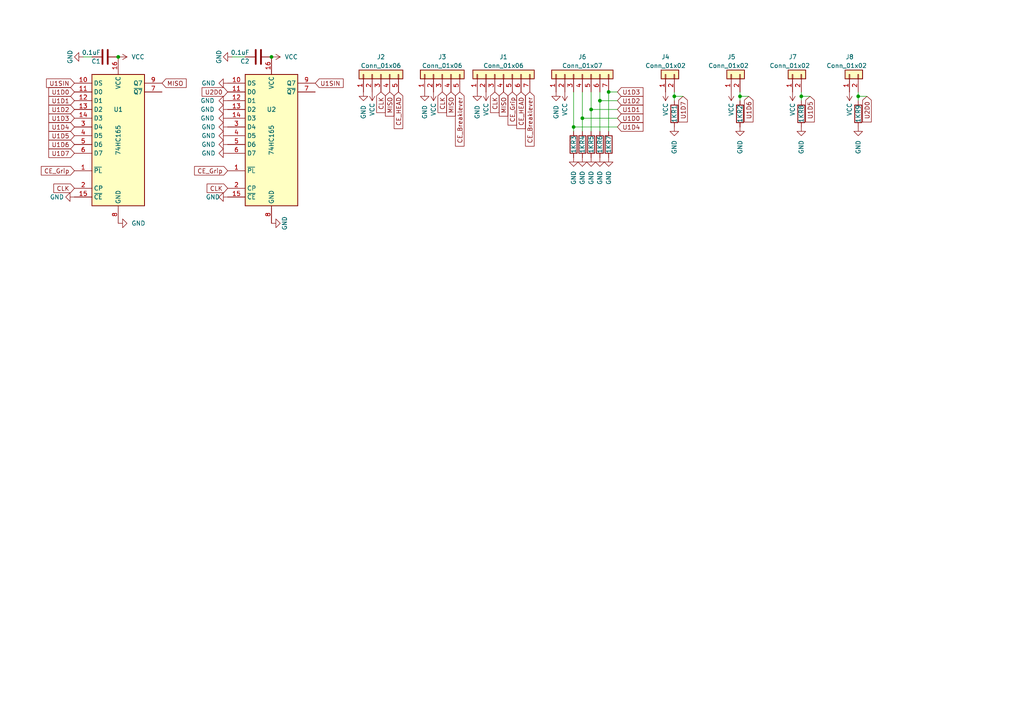
<source format=kicad_sch>
(kicad_sch (version 20230121) (generator eeschema)
  (paper "A4")
  (lib_symbols
    (symbol "74xx:74HC165"
      (property "Reference" "U" (at -7.62 19.05 0))
      (property "Value" "74HC165" (at -7.62 -21.59 0))
      (symbol "74HC165_1_0"
        (pin input line (at -12.7 -10.16 0) (length 5.08) (name "~{PL}") (number "1"))
        (pin input line (at -12.7 15.24 0) (length 5.08) (name "DS") (number "10"))
        (pin input line (at -12.7 12.7 0) (length 5.08) (name "D0") (number "11"))
        (pin input line (at -12.7 10.16 0) (length 5.08) (name "D1") (number "12"))
        (pin input line (at -12.7 7.62 0) (length 5.08) (name "D2") (number "13"))
        (pin input line (at -12.7 5.08 0) (length 5.08) (name "D3") (number "14"))
        (pin input line (at -12.7 -17.78 0) (length 5.08) (name "~{CE}") (number "15"))
        (pin power_in line (at 0 22.86 270) (length 5.08) (name "VCC") (number "16"))
        (pin input line (at -12.7 -15.24 0) (length 5.08) (name "CP") (number "2"))
        (pin input line (at -12.7 2.54 0) (length 5.08) (name "D4") (number "3"))
        (pin input line (at -12.7 0 0) (length 5.08) (name "D5") (number "4"))
        (pin input line (at -12.7 -2.54 0) (length 5.08) (name "D6") (number "5"))
        (pin input line (at -12.7 -5.08 0) (length 5.08) (name "D7") (number "6"))
        (pin output line (at 12.7 12.7 180) (length 5.08) (name "~{Q7}") (number "7"))
        (pin power_in line (at 0 -25.4 90) (length 5.08) (name "GND") (number "8"))
        (pin output line (at 12.7 15.24 180) (length 5.08) (name "Q7") (number "9"))
      )
      (symbol "74HC165_1_1"
        (rectangle (start -7.62 17.78) (end 7.62 -20.32) (stroke (width 0.254)) (fill (type background)))
      )
    )
    (symbol "Connector_Generic:Conn_01x02" (pin_names (offset 1.016) hide)
      (property "Reference" "J" (at 0 2.54 0))
      (property "Value" "Conn_01x02" (at 0 -5.08 0))
      (symbol "Conn_01x02_1_1"
        (rectangle (start -1.27 -2.413) (end 0 -2.667) (stroke (width 0.1524)))
        (rectangle (start -1.27 0.127) (end 0 -0.127) (stroke (width 0.1524)))
        (rectangle (start -1.27 1.27) (end 1.27 -3.81) (stroke (width 0.254)) (fill (type background)))
        (pin passive line (at -5.08 0 0) (length 3.81) (name "Pin_1") (number "1"))
        (pin passive line (at -5.08 -2.54 0) (length 3.81) (name "Pin_2") (number "2"))
      )
    )
    (symbol "Connector_Generic:Conn_01x05" (pin_names (offset 1.016) hide)
      (property "Reference" "J" (at 0 7.62 0))
      (property "Value" "Conn_01x05" (at 0 -7.62 0))
      (symbol "Conn_01x05_1_1"
        (rectangle (start -1.27 -4.953) (end 0 -5.207) (stroke (width 0.1524)))
        (rectangle (start -1.27 -2.413) (end 0 -2.667) (stroke (width 0.1524)))
        (rectangle (start -1.27 0.127) (end 0 -0.127) (stroke (width 0.1524)))
        (rectangle (start -1.27 2.667) (end 0 2.413) (stroke (width 0.1524)))
        (rectangle (start -1.27 5.207) (end 0 4.953) (stroke (width 0.1524)))
        (rectangle (start -1.27 6.35) (end 1.27 -6.35) (stroke (width 0.254)) (fill (type background)))
        (pin passive line (at -5.08 5.08 0) (length 3.81) (name "Pin_1") (number "1"))
        (pin passive line (at -5.08 2.54 0) (length 3.81) (name "Pin_2") (number "2"))
        (pin passive line (at -5.08 0 0) (length 3.81) (name "Pin_3") (number "3"))
        (pin passive line (at -5.08 -2.54 0) (length 3.81) (name "Pin_4") (number "4"))
        (pin passive line (at -5.08 -5.08 0) (length 3.81) (name "Pin_5") (number "5"))
      )
    )
    (symbol "Connector_Generic:Conn_01x07" (pin_names (offset 1.016) hide)
      (property "Reference" "J" (at 0 10.16 0))
      (property "Value" "Conn_01x07" (at 0 -10.16 0))
      (symbol "Conn_01x07_1_1"
        (rectangle (start -1.27 -7.493) (end 0 -7.747) (stroke (width 0.1524)))
        (rectangle (start -1.27 -4.953) (end 0 -5.207) (stroke (width 0.1524)))
        (rectangle (start -1.27 -2.413) (end 0 -2.667) (stroke (width 0.1524)))
        (rectangle (start -1.27 0.127) (end 0 -0.127) (stroke (width 0.1524)))
        (rectangle (start -1.27 2.667) (end 0 2.413) (stroke (width 0.1524)))
        (rectangle (start -1.27 5.207) (end 0 4.953) (stroke (width 0.1524)))
        (rectangle (start -1.27 7.747) (end 0 7.493) (stroke (width 0.1524)))
        (rectangle (start -1.27 8.89) (end 1.27 -8.89) (stroke (width 0.254)) (fill (type background)))
        (pin passive line (at -5.08 7.62 0) (length 3.81) (name "Pin_1") (number "1"))
        (pin passive line (at -5.08 5.08 0) (length 3.81) (name "Pin_2") (number "2"))
        (pin passive line (at -5.08 2.54 0) (length 3.81) (name "Pin_3") (number "3"))
        (pin passive line (at -5.08 0 0) (length 3.81) (name "Pin_4") (number "4"))
        (pin passive line (at -5.08 -2.54 0) (length 3.81) (name "Pin_5") (number "5"))
        (pin passive line (at -5.08 -5.08 0) (length 3.81) (name "Pin_6") (number "6"))
        (pin passive line (at -5.08 -7.62 0) (length 3.81) (name "Pin_7") (number "7"))
      )
    )
    (symbol "Device:C" (pin_numbers hide) (pin_names (offset 0.254))
      (property "Reference" "C" (at 0.635 2.54 0))
      (property "Value" "C" (at 0.635 -2.54 0))
      (symbol "C_0_1"
        (polyline (pts (xy -2.032 -0.762) (xy 2.032 -0.762)) (stroke (width 0.508)))
        (polyline (pts (xy -2.032 0.762) (xy 2.032 0.762)) (stroke (width 0.508)))
      )
      (symbol "C_1_1"
        (pin passive line (at 0 3.81 270) (length 2.794) (name "~") (number "1"))
        (pin passive line (at 0 -3.81 90) (length 2.794) (name "~") (number "2"))
      )
    )
    (symbol "Device:R" (pin_numbers hide) (pin_names (offset 0))
      (property "Reference" "R" (at 2.032 0 90))
      (property "Value" "R" (at 0 0 90))
      (symbol "R_0_1"
        (rectangle (start -1.016 -2.54) (end 1.016 2.54) (stroke (width 0.254)))
      )
      (symbol "R_1_1"
        (pin passive line (at 0 3.81 270) (length 1.27) (name "~") (number "1"))
        (pin passive line (at 0 -3.81 90) (length 1.27) (name "~") (number "2"))
      )
    )
    (symbol "power:GND" (power) (pin_names (offset 0))
      (property "Value" "GND" (at 0 -3.81 0))
      (symbol "GND_0_1"
        (polyline (pts (xy 0 0) (xy 0 -1.27) (xy 1.27 -1.27) (xy 0 -2.54) (xy -1.27 -1.27) (xy 0 -1.27)))
      )
      (symbol "GND_1_1"
        (pin power_in line (at 0 0 270) (length 0) hide (name "GND") (number "1"))
      )
    )
    (symbol "power:VCC" (power) (pin_names (offset 0))
      (property "Value" "VCC" (at 0 3.81 0))
      (symbol "VCC_0_1"
        (polyline (pts (xy -0.762 1.27) (xy 0 2.54)))
        (polyline (pts (xy 0 0) (xy 0 2.54)))
        (polyline (pts (xy 0 2.54) (xy 0.762 1.27)))
      )
      (symbol "VCC_1_1"
        (pin power_in line (at 0 0 90) (length 0) hide (name "VCC") (number "1"))
      )
    )
  )
  (junction (at 168.91 34.29))
  (junction (at 173.99 29.21))
  (junction (at 171.45 31.75))
  (junction (at 248.92 27.94))
  (junction (at 195.58 27.94))
  (junction (at 232.41 27.94))
  (junction (at 166.37 36.83))
  (junction (at 214.63 27.94))
  (junction (at 34.29 16.51))
  (junction (at 176.53 26.67))
  (junction (at 78.74 16.51))
  (wire (pts (xy 24.13 16.51) (xy 26.67 16.51)))
  (wire (pts (xy 195.58 26.67) (xy 195.58 27.94)))
  (wire (pts (xy 168.91 34.29) (xy 168.91 38.1)))
  (wire (pts (xy 251.46 27.94) (xy 248.92 27.94)))
  (wire (pts (xy 232.41 26.67) (xy 232.41 27.94)))
  (wire (pts (xy 198.12 27.94) (xy 195.58 27.94)))
  (wire (pts (xy 166.37 36.83) (xy 166.37 38.1)))
  (wire (pts (xy 234.95 27.94) (xy 232.41 27.94)))
  (wire (pts (xy 171.45 26.67) (xy 171.45 31.75)))
  (wire (pts (xy 173.99 29.21) (xy 179.07 29.21)))
  (wire (pts (xy 179.07 31.75) (xy 171.45 31.75)))
  (wire (pts (xy 166.37 26.67) (xy 166.37 36.83)))
  (wire (pts (xy 176.53 26.67) (xy 179.07 26.67)))
  (wire (pts (xy 217.17 27.94) (xy 214.63 27.94)))
  (wire (pts (xy 232.41 27.94) (xy 232.41 29.21)))
  (wire (pts (xy 67.31 16.51) (xy 71.12 16.51)))
  (wire (pts (xy 214.63 27.94) (xy 214.63 29.21)))
  (wire (pts (xy 168.91 34.29) (xy 179.07 34.29)))
  (wire (pts (xy 176.53 26.67) (xy 176.53 38.1)))
  (wire (pts (xy 166.37 36.83) (xy 179.07 36.83)))
  (wire (pts (xy 248.92 26.67) (xy 248.92 27.94)))
  (wire (pts (xy 214.63 26.67) (xy 214.63 27.94)))
  (wire (pts (xy 195.58 27.94) (xy 195.58 29.21)))
  (wire (pts (xy 173.99 26.67) (xy 173.99 29.21)))
  (wire (pts (xy 173.99 29.21) (xy 173.99 38.1)))
  (wire (pts (xy 248.92 27.94) (xy 248.92 29.21)))
  (wire (pts (xy 168.91 26.67) (xy 168.91 34.29)))
  (wire (pts (xy 171.45 31.75) (xy 171.45 38.1)))
  (global_label "CLK" (shape input) (at 128.27 26.67 270) (property "Intersheetrefs" "${INTERSHEET_REFS}" (effects hide)))
  (global_label "U1D2" (shape input) (at 21.59 31.75 180) (property "Intersheetrefs" "${INTERSHEET_REFS}" (effects hide)))
  (global_label "CE_HEAD" (shape input) (at 151.13 26.67 270) (property "Intersheetrefs" "${INTERSHEET_REFS}" (effects hide)))
  (global_label "CLK" (shape input) (at 21.59 54.61 180) (property "Intersheetrefs" "${INTERSHEET_REFS}" (effects hide)))
  (global_label "U1D1" (shape input) (at 21.59 29.21 180) (property "Intersheetrefs" "${INTERSHEET_REFS}" (effects hide)))
  (global_label "CE_Breaklever" (shape input) (at 133.35 26.67 270) (property "Intersheetrefs" "${INTERSHEET_REFS}" (effects hide)))
  (global_label "U1D2" (shape input) (at 179.07 29.21 0) (property "Intersheetrefs" "${INTERSHEET_REFS}" (effects hide)))
  (global_label "U2D0" (shape input) (at 251.46 27.94 270) (property "Intersheetrefs" "${INTERSHEET_REFS}" (effects hide)))
  (global_label "CE_Grip" (shape input) (at 66.04 49.53 180) (property "Intersheetrefs" "${INTERSHEET_REFS}" (effects hide)))
  (global_label "U1D4" (shape input) (at 21.59 36.83 180) (property "Intersheetrefs" "${INTERSHEET_REFS}" (effects hide)))
  (global_label "U1D3" (shape input) (at 179.07 26.67 0) (property "Intersheetrefs" "${INTERSHEET_REFS}" (effects hide)))
  (global_label "U1D7" (shape input) (at 21.59 44.45 180) (property "Intersheetrefs" "${INTERSHEET_REFS}" (effects hide)))
  (global_label "U2D0" (shape input) (at 66.04 26.67 180) (property "Intersheetrefs" "${INTERSHEET_REFS}" (effects hide)))
  (global_label "U1SIN" (shape input) (at 21.59 24.13 180) (property "Intersheetrefs" "${INTERSHEET_REFS}" (effects hide)))
  (global_label "U1D5" (shape input) (at 234.95 27.94 270) (property "Intersheetrefs" "${INTERSHEET_REFS}" (effects hide)))
  (global_label "U1D1" (shape input) (at 179.07 31.75 0) (property "Intersheetrefs" "${INTERSHEET_REFS}" (effects hide)))
  (global_label "CE_Grip" (shape input) (at 148.59 26.67 270) (property "Intersheetrefs" "${INTERSHEET_REFS}" (effects hide)))
  (global_label "U1D5" (shape input) (at 21.59 39.37 180) (property "Intersheetrefs" "${INTERSHEET_REFS}" (effects hide)))
  (global_label "CE_HEAD" (shape input) (at 115.57 26.67 270) (property "Intersheetrefs" "${INTERSHEET_REFS}" (effects hide)))
  (global_label "CLK" (shape input) (at 143.51 26.67 270) (property "Intersheetrefs" "${INTERSHEET_REFS}" (effects hide)))
  (global_label "CLK" (shape input) (at 66.04 54.61 180) (property "Intersheetrefs" "${INTERSHEET_REFS}" (effects hide)))
  (global_label "MISO" (shape input) (at 130.81 26.67 270) (property "Intersheetrefs" "${INTERSHEET_REFS}" (effects hide)))
  (global_label "MISO" (shape input) (at 146.05 26.67 270) (property "Intersheetrefs" "${INTERSHEET_REFS}" (effects hide)))
  (global_label "U1D7" (shape input) (at 198.12 27.94 270) (property "Intersheetrefs" "${INTERSHEET_REFS}" (effects hide)))
  (global_label "U1SIN" (shape input) (at 91.44 24.13 0) (property "Intersheetrefs" "${INTERSHEET_REFS}" (effects hide)))
  (global_label "U1D4" (shape input) (at 179.07 36.83 0) (property "Intersheetrefs" "${INTERSHEET_REFS}" (effects hide)))
  (global_label "CE_Breaklever" (shape input) (at 153.67 26.67 270) (property "Intersheetrefs" "${INTERSHEET_REFS}" (effects hide)))
  (global_label "U1D0" (shape input) (at 179.07 34.29 0) (property "Intersheetrefs" "${INTERSHEET_REFS}" (effects hide)))
  (global_label "CLK" (shape input) (at 110.49 26.67 270) (property "Intersheetrefs" "${INTERSHEET_REFS}" (effects hide)))
  (global_label "MISO" (shape input) (at 113.03 26.67 270) (property "Intersheetrefs" "${INTERSHEET_REFS}" (effects hide)))
  (global_label "U1D0" (shape input) (at 21.59 26.67 180) (property "Intersheetrefs" "${INTERSHEET_REFS}" (effects hide)))
  (global_label "U1D6" (shape input) (at 21.59 41.91 180) (property "Intersheetrefs" "${INTERSHEET_REFS}" (effects hide)))
  (global_label "CE_Grip" (shape input) (at 21.59 49.53 180) (property "Intersheetrefs" "${INTERSHEET_REFS}" (effects hide)))
  (global_label "U1D3" (shape input) (at 21.59 34.29 180) (property "Intersheetrefs" "${INTERSHEET_REFS}" (effects hide)))
  (global_label "U1D6" (shape input) (at 217.17 27.94 270) (property "Intersheetrefs" "${INTERSHEET_REFS}" (effects hide)))
  (global_label "MISO" (shape input) (at 46.99 24.13 0) (property "Intersheetrefs" "${INTERSHEET_REFS}" (effects hide)))
  (symbol (lib_id "power:GND") (at 66.04 39.37 270) (unit 1)
    (property "Reference" "#PWR0136" (effects hide))
    (property "Value" "GND" (at 58.42 39.37 90) (effects (justify left)))
  )
  (symbol (lib_id "power:GND") (at 66.04 29.21 270) (unit 1)
    (property "Reference" "#PWR0133" (effects hide))
    (property "Value" "GND" (at 62.23 29.2101 90) (effects (justify right)))
  )
  (symbol (lib_id "power:GND") (at 232.41 36.83 0) (unit 1)
    (property "Reference" "#PWR0121" (effects hide))
    (property "Value" "GND" (at 232.4101 40.64 90) (effects (justify right)))
  )
  (symbol (lib_id "power:GND") (at 66.04 36.83 270) (unit 1)
    (property "Reference" "#PWR0135" (effects hide))
    (property "Value" "GND" (at 58.42 36.83 90) (effects (justify left)))
  )
  (symbol (lib_id "power:VCC") (at 107.95 26.67 180) (unit 1)
    (property "Reference" "#PWR08" (effects hide))
    (property "Value" "VCC" (at 107.95 31.75 90))
  )
  (symbol (lib_id "Connector_Generic:Conn_01x05") (at 110.49 21.59 90) (unit 1)
    (property "Reference" "J2" (at 110.49 16.51 90))
    (property "Value" "Conn_01x06" (at 110.49 19.05 90))
    (property "Footprint" "Connector_JST:JST_XH_B5B-XH-A_1x05_P2.50mm_Vertical" (effects hide))
  )
  (symbol (lib_id "power:GND") (at 176.53 45.72 0) (unit 1)
    (property "Reference" "#PWR0111" (effects hide))
    (property "Value" "GND" (at 176.5301 49.53 90) (effects (justify right)))
  )
  (symbol (lib_id "power:VCC") (at 34.29 16.51 270) (unit 1)
    (property "Reference" "#PWR06" (effects hide))
    (property "Value" "VCC" (at 38.1 16.51 90) (effects (justify left)))
  )
  (symbol (lib_id "power:VCC") (at 125.73 26.67 180) (unit 1)
    (property "Reference" "#PWR09" (effects hide))
    (property "Value" "VCC" (at 125.73 31.75 90))
  )
  (symbol (lib_id "Device:R") (at 168.91 41.91 0) (unit 1)
    (property "Reference" "R4" (at 168.91 40.64 90))
    (property "Value" "1K" (at 168.91 43.18 90))
    (property "Footprint" "Resistor_SMD:R_0805_2012Metric_Pad1.20x1.40mm_HandSolder" (effects hide))
  )
  (symbol (lib_id "Connector_Generic:Conn_01x07") (at 168.91 21.59 90) (unit 1)
    (property "Reference" "J6" (at 168.91 16.51 90))
    (property "Value" "Conn_01x07" (at 168.91 19.05 90))
    (property "Footprint" "Connector_JST:JST_XH_B7B-XH-A_1x07_P2.50mm_Vertical" (effects hide))
  )
  (symbol (lib_id "power:GND") (at 171.45 45.72 0) (unit 1)
    (property "Reference" "#PWR0107" (effects hide))
    (property "Value" "GND" (at 171.4501 49.53 90) (effects (justify right)))
  )
  (symbol (lib_id "power:GND") (at 66.04 57.15 270) (unit 1)
    (property "Reference" "#PWR0123" (effects hide))
    (property "Value" "GND" (at 59.69 57.15 90) (effects (justify left)))
  )
  (symbol (lib_id "power:GND") (at 214.63 36.83 0) (unit 1)
    (property "Reference" "#PWR0117" (effects hide))
    (property "Value" "GND" (at 214.6301 40.64 90) (effects (justify right)))
  )
  (symbol (lib_id "Device:R") (at 232.41 33.02 0) (unit 1)
    (property "Reference" "R8" (at 232.41 31.75 90))
    (property "Value" "1K" (at 232.41 34.29 90))
    (property "Footprint" "Resistor_SMD:R_0805_2012Metric_Pad1.20x1.40mm_HandSolder" (effects hide))
  )
  (symbol (lib_id "power:VCC") (at 163.83 26.67 180) (unit 1)
    (property "Reference" "#PWR010" (effects hide))
    (property "Value" "VCC" (at 163.83 31.75 90))
  )
  (symbol (lib_id "Device:C") (at 74.93 16.51 90) (unit 1)
    (property "Reference" "C2" (at 72.39 17.78 90) (effects (justify left)))
    (property "Value" "0.1uF" (at 72.39 15.24 90) (effects (justify left)))
    (property "Footprint" "Capacitor_SMD:C_0805_2012Metric_Pad1.18x1.45mm_HandSolder" (effects hide))
  )
  (symbol (lib_id "power:VCC") (at 193.04 26.67 180) (unit 1)
    (property "Reference" "#PWR011" (effects hide))
    (property "Value" "VCC" (at 193.04 31.75 90))
  )
  (symbol (lib_id "Connector_Generic:Conn_01x02") (at 229.87 21.59 90) (unit 1)
    (property "Reference" "J7" (at 231.14 16.51 90) (effects (justify left)))
    (property "Value" "Conn_01x02" (at 234.95 19.05 90) (effects (justify left)))
    (property "Footprint" "Connector_JST:JST_XH_B2B-XH-A_1x02_P2.50mm_Vertical" (effects hide))
  )
  (symbol (lib_id "power:VCC") (at 140.97 26.67 180) (unit 1)
    (property "Reference" "#PWR02" (effects hide))
    (property "Value" "VCC" (at 140.97 31.75 90))
  )
  (symbol (lib_id "Device:C") (at 30.48 16.51 90) (unit 1)
    (property "Reference" "C1" (at 29.21 17.78 90) (effects (justify left)))
    (property "Value" "0.1uF" (at 29.21 15.24 90) (effects (justify left)))
    (property "Footprint" "Capacitor_SMD:C_0805_2012Metric_Pad1.18x1.45mm_HandSolder" (effects hide))
  )
  (symbol (lib_id "Connector_Generic:Conn_01x02") (at 246.38 21.59 90) (unit 1)
    (property "Reference" "J8" (at 247.65 16.51 90) (effects (justify left)))
    (property "Value" "Conn_01x02" (at 251.46 19.05 90) (effects (justify left)))
    (property "Footprint" "Connector_JST:JST_XH_B2B-XH-A_1x02_P2.50mm_Vertical" (effects hide))
  )
  (symbol (lib_id "Device:R") (at 171.45 41.91 0) (unit 1)
    (property "Reference" "R5" (at 171.45 40.64 90))
    (property "Value" "1K" (at 171.45 43.18 90))
    (property "Footprint" "Resistor_SMD:R_0805_2012Metric_Pad1.20x1.40mm_HandSolder" (effects hide))
  )
  (symbol (lib_id "power:GND") (at 24.13 16.51 270) (unit 1)
    (property "Reference" "#PWR0126" (effects hide))
    (property "Value" "GND" (at 20.32 16.51 0))
  )
  (symbol (lib_id "power:GND") (at 21.59 57.15 270) (unit 1)
    (property "Reference" "#PWR0125" (effects hide))
    (property "Value" "GND" (at 16.51 57.15 90))
  )
  (symbol (lib_id "power:GND") (at 248.92 36.83 0) (unit 1)
    (property "Reference" "#PWR0112" (effects hide))
    (property "Value" "GND" (at 248.9201 40.64 90) (effects (justify right)))
  )
  (symbol (lib_id "power:GND") (at 168.91 45.72 0) (unit 1)
    (property "Reference" "#PWR0109" (effects hide))
    (property "Value" "GND" (at 168.9101 49.53 90) (effects (justify right)))
  )
  (symbol (lib_id "power:VCC") (at 78.74 16.51 270) (unit 1)
    (property "Reference" "#PWR07" (effects hide))
    (property "Value" "VCC" (at 82.55 16.51 90) (effects (justify left)))
  )
  (symbol (lib_id "power:VCC") (at 212.09 26.67 180) (unit 1)
    (property "Reference" "#PWR012" (effects hide))
    (property "Value" "VCC" (at 212.09 31.75 90))
  )
  (symbol (lib_id "power:GND") (at 138.43 26.67 0) (unit 1)
    (property "Reference" "#PWR01" (effects hide))
    (property "Value" "GND" (at 138.4301 30.48 90) (effects (justify right)))
  )
  (symbol (lib_id "power:GND") (at 66.04 44.45 270) (unit 1)
    (property "Reference" "#PWR0138" (effects hide))
    (property "Value" "GND" (at 58.42 44.45 90) (effects (justify left)))
  )
  (symbol (lib_id "74xx:74HC165") (at 34.29 39.37 0) (unit 1)
    (property "Reference" "U1" (at 34.29 31.75 0))
    (property "Value" "74HC165" (at 34.29 40.64 90))
    (property "Footprint" "Package_SO:TSSOP-16_4.4x5mm_P0.65mm" (effects hide))
    (property "Datasheet" "https://assets.nexperia.com/documents/data-sheet/74HC_HCT165.pdf" (effects hide))
  )
  (symbol (lib_id "power:GND") (at 173.99 45.72 0) (unit 1)
    (property "Reference" "#PWR0110" (effects hide))
    (property "Value" "GND" (at 173.9901 49.53 90) (effects (justify right)))
  )
  (symbol (lib_id "Connector_Generic:Conn_01x02") (at 212.09 21.59 90) (unit 1)
    (property "Reference" "J5" (at 213.36 16.51 90) (effects (justify left)))
    (property "Value" "Conn_01x02" (at 217.17 19.05 90) (effects (justify left)))
    (property "Footprint" "Connector_JST:JST_XH_B2B-XH-A_1x02_P2.50mm_Vertical" (effects hide))
  )
  (symbol (lib_id "power:GND") (at 66.04 34.29 270) (unit 1)
    (property "Reference" "#PWR0134" (effects hide))
    (property "Value" "GND" (at 62.23 34.2901 90) (effects (justify right)))
  )
  (symbol (lib_id "Device:R") (at 214.63 33.02 0) (unit 1)
    (property "Reference" "R2" (at 214.63 31.75 90))
    (property "Value" "1K" (at 214.63 34.29 90))
    (property "Footprint" "Resistor_SMD:R_0805_2012Metric_Pad1.20x1.40mm_HandSolder" (effects hide))
  )
  (symbol (lib_id "power:GND") (at 67.31 16.51 270) (unit 1)
    (property "Reference" "#PWR0127" (effects hide))
    (property "Value" "GND" (at 63.5 16.51 0))
  )
  (symbol (lib_id "power:GND") (at 105.41 26.67 0) (unit 1)
    (property "Reference" "#PWR0102" (effects hide))
    (property "Value" "GND" (at 105.4101 30.48 90) (effects (justify right)))
  )
  (symbol (lib_id "Device:R") (at 166.37 41.91 0) (unit 1)
    (property "Reference" "R3" (at 166.37 40.64 90))
    (property "Value" "1K" (at 166.37 43.18 90))
    (property "Footprint" "Resistor_SMD:R_0805_2012Metric_Pad1.20x1.40mm_HandSolder" (effects hide))
  )
  (symbol (lib_id "power:GND") (at 66.04 24.13 270) (unit 1)
    (property "Reference" "#PWR04" (effects hide))
    (property "Value" "GND" (at 58.42 24.13 90) (effects (justify left)))
  )
  (symbol (lib_id "power:GND") (at 161.29 26.67 0) (unit 1)
    (property "Reference" "#PWR0114" (effects hide))
    (property "Value" "GND" (at 161.2901 30.48 90) (effects (justify right)))
  )
  (symbol (lib_id "power:GND") (at 166.37 45.72 0) (unit 1)
    (property "Reference" "#PWR0108" (effects hide))
    (property "Value" "GND" (at 166.3701 49.53 90) (effects (justify right)))
  )
  (symbol (lib_id "power:VCC") (at 229.87 26.67 180) (unit 1)
    (property "Reference" "#PWR013" (effects hide))
    (property "Value" "VCC" (at 229.87 31.75 90))
  )
  (symbol (lib_id "Connector_Generic:Conn_01x02") (at 193.04 21.59 90) (unit 1)
    (property "Reference" "J4" (at 193.04 16.51 90))
    (property "Value" "Conn_01x02" (at 193.04 19.05 90))
    (property "Footprint" "Connector_JST:JST_XH_B2B-XH-A_1x02_P2.50mm_Vertical" (effects hide))
  )
  (symbol (lib_id "Connector_Generic:Conn_01x05") (at 128.27 21.59 90) (unit 1)
    (property "Reference" "J3" (at 128.27 16.51 90))
    (property "Value" "Conn_01x06" (at 128.27 19.05 90))
    (property "Footprint" "Connector_JST:JST_XH_B5B-XH-A_1x05_P2.50mm_Vertical" (effects hide))
  )
  (symbol (lib_id "power:GND") (at 78.74 64.77 90) (unit 1)
    (property "Reference" "#PWR03" (effects hide))
    (property "Value" "GND" (at 82.55 64.77 0))
  )
  (symbol (lib_id "power:GND") (at 123.19 26.67 0) (unit 1)
    (property "Reference" "#PWR0106" (effects hide))
    (property "Value" "GND" (at 123.1901 30.48 90) (effects (justify right)))
  )
  (symbol (lib_id "Device:R") (at 173.99 41.91 0) (unit 1)
    (property "Reference" "R6" (at 173.99 40.64 90))
    (property "Value" "1K" (at 173.99 43.18 90))
    (property "Footprint" "Resistor_SMD:R_0805_2012Metric_Pad1.20x1.40mm_HandSolder" (effects hide))
  )
  (symbol (lib_id "Connector_Generic:Conn_01x07") (at 146.05 21.59 90) (unit 1)
    (property "Reference" "J1" (at 146.05 16.51 90))
    (property "Value" "Conn_01x06" (at 146.05 19.05 90))
    (property "Footprint" "Connector_JST:JST_XH_B7B-XH-A_1x07_P2.50mm_Vertical" (effects hide))
  )
  (symbol (lib_id "power:GND") (at 195.58 36.83 0) (unit 1)
    (property "Reference" "#PWR0116" (effects hide))
    (property "Value" "GND" (at 195.5801 40.64 90) (effects (justify right)))
  )
  (symbol (lib_id "power:GND") (at 66.04 41.91 270) (unit 1)
    (property "Reference" "#PWR0137" (effects hide))
    (property "Value" "GND" (at 58.42 41.91 90) (effects (justify left)))
  )
  (symbol (lib_id "74xx:74HC165") (at 78.74 39.37 0) (unit 1)
    (property "Reference" "U2" (at 78.74 31.75 0))
    (property "Value" "74HC165" (at 78.74 40.64 90))
    (property "Footprint" "Package_SO:TSSOP-16_4.4x5mm_P0.65mm" (effects hide))
    (property "Datasheet" "https://assets.nexperia.com/documents/data-sheet/74HC_HCT165.pdf" (effects hide))
  )
  (symbol (lib_id "power:VCC") (at 246.38 26.67 180) (unit 1)
    (property "Reference" "#PWR014" (effects hide))
    (property "Value" "VCC" (at 246.38 31.75 90))
  )
  (symbol (lib_id "Device:R") (at 195.58 33.02 0) (unit 1)
    (property "Reference" "R1" (at 195.58 31.75 90))
    (property "Value" "1K" (at 195.58 34.29 90))
    (property "Footprint" "Resistor_SMD:R_0805_2012Metric_Pad1.20x1.40mm_HandSolder" (effects hide))
  )
  (symbol (lib_id "power:GND") (at 66.04 31.75 270) (unit 1)
    (property "Reference" "#PWR0132" (effects hide))
    (property "Value" "GND" (at 62.23 31.7501 90) (effects (justify right)))
  )
  (symbol (lib_id "power:GND") (at 34.29 64.77 90) (unit 1)
    (property "Reference" "#PWR05" (effects hide))
    (property "Value" "GND" (at 38.1 64.7699 90) (effects (justify right)))
  )
  (symbol (lib_id "Device:R") (at 248.92 33.02 0) (unit 1)
    (property "Reference" "R9" (at 248.92 31.75 90))
    (property "Value" "1K" (at 248.92 34.29 90))
    (property "Footprint" "Resistor_SMD:R_0805_2012Metric_Pad1.20x1.40mm_HandSolder" (effects hide))
  )
  (symbol (lib_id "Device:R") (at 176.53 41.91 0) (unit 1)
    (property "Reference" "R7" (at 176.53 40.64 90))
    (property "Value" "1K" (at 176.53 43.18 90))
    (property "Footprint" "Resistor_SMD:R_0805_2012Metric_Pad1.20x1.40mm_HandSolder" (effects hide))
  )
)
</source>
